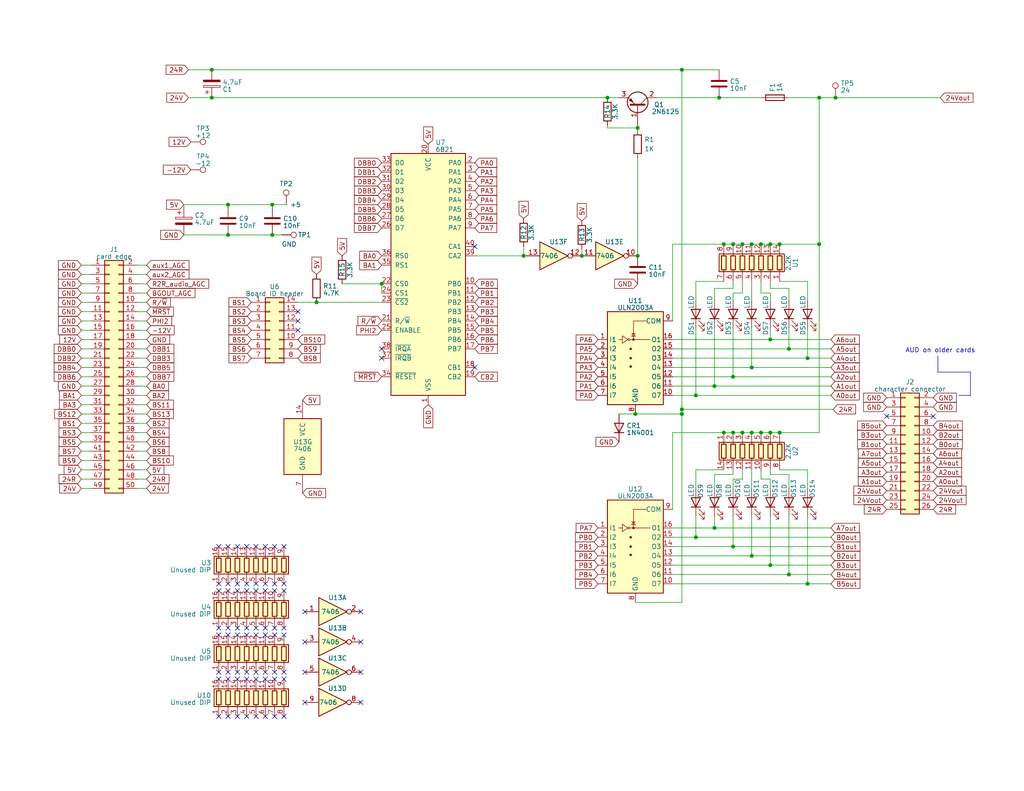
<source format=kicad_sch>
(kicad_sch (version 20230121) (generator eeschema)
  (paper "A")
  (junction (at 220.345 159.385))
  (junction (at 142.875 69.85))
  (junction (at 197.485 118.11))
  (junction (at 215.265 156.845))
  (junction (at 194.945 105.41))
  (junction (at 205.105 118.11))
  (junction (at 173.355 113.03))
  (junction (at 197.485 66.675))
  (junction (at 189.865 146.685))
  (junction (at 202.565 66.675))
  (junction (at 223.52 66.675))
  (junction (at 207.645 66.675))
  (junction (at 173.99 34.925))
  (junction (at 74.295 64.135))
  (junction (at 104.14 77.47))
  (junction (at 205.105 151.765))
  (junction (at 220.345 97.79))
  (junction (at 158.75 69.85))
  (junction (at 196.215 26.67))
  (junction (at 210.185 92.71))
  (junction (at 200.025 149.225))
  (junction (at 165.735 26.67))
  (junction (at 200.025 66.675))
  (junction (at 62.23 55.88))
  (junction (at 215.265 95.25))
  (junction (at 194.945 144.145))
  (junction (at 223.52 26.67))
  (junction (at 200.025 118.11))
  (junction (at 57.785 26.67))
  (junction (at 210.185 66.675))
  (junction (at 210.185 118.11))
  (junction (at 57.785 19.05))
  (junction (at 173.99 69.85))
  (junction (at 186.055 111.76))
  (junction (at 205.105 66.675))
  (junction (at 186.055 19.05))
  (junction (at 186.055 113.03))
  (junction (at 205.105 100.33))
  (junction (at 212.725 66.675))
  (junction (at 86.36 82.55))
  (junction (at 212.725 118.11))
  (junction (at 227.965 26.67))
  (junction (at 74.295 55.88))
  (junction (at 202.565 118.11))
  (junction (at 207.645 118.11))
  (junction (at 200.025 102.87))
  (junction (at 210.185 154.305))
  (junction (at 62.23 64.135))
  (junction (at 189.865 107.95))
  (no_connect (at 72.39 149.225))
  (no_connect (at 83.185 191.77))
  (no_connect (at 69.85 195.58))
  (no_connect (at 64.77 161.29))
  (no_connect (at 98.425 183.515))
  (no_connect (at 81.28 85.09))
  (no_connect (at 74.93 183.515))
  (no_connect (at 74.93 185.42))
  (no_connect (at 69.85 171.45))
  (no_connect (at 59.69 161.29))
  (no_connect (at 69.85 159.385))
  (no_connect (at 67.31 161.29))
  (no_connect (at 72.39 183.515))
  (no_connect (at 74.93 171.45))
  (no_connect (at 241.935 113.665))
  (no_connect (at 129.54 100.33))
  (no_connect (at 129.54 67.31))
  (no_connect (at 98.425 191.77))
  (no_connect (at 74.93 161.29))
  (no_connect (at 59.69 149.225))
  (no_connect (at 72.39 173.355))
  (no_connect (at 77.47 173.355))
  (no_connect (at 64.77 173.355))
  (no_connect (at 62.23 183.515))
  (no_connect (at 77.47 159.385))
  (no_connect (at 62.23 185.42))
  (no_connect (at 59.69 173.355))
  (no_connect (at 83.185 183.515))
  (no_connect (at 69.85 185.42))
  (no_connect (at 59.69 171.45))
  (no_connect (at 69.85 173.355))
  (no_connect (at 67.31 149.225))
  (no_connect (at 59.69 195.58))
  (no_connect (at 72.39 171.45))
  (no_connect (at 67.31 195.58))
  (no_connect (at 67.31 171.45))
  (no_connect (at 62.23 159.385))
  (no_connect (at 67.31 159.385))
  (no_connect (at 64.77 171.45))
  (no_connect (at 81.28 87.63))
  (no_connect (at 64.77 185.42))
  (no_connect (at 104.14 95.25))
  (no_connect (at 59.69 159.385))
  (no_connect (at 62.23 149.225))
  (no_connect (at 69.85 161.29))
  (no_connect (at 254.635 113.665))
  (no_connect (at 77.47 171.45))
  (no_connect (at 64.77 183.515))
  (no_connect (at 74.93 173.355))
  (no_connect (at 98.425 175.26))
  (no_connect (at 77.47 149.225))
  (no_connect (at 104.14 97.79))
  (no_connect (at 72.39 161.29))
  (no_connect (at 59.69 185.42))
  (no_connect (at 77.47 185.42))
  (no_connect (at 74.93 195.58))
  (no_connect (at 64.77 195.58))
  (no_connect (at 62.23 173.355))
  (no_connect (at 74.93 149.225))
  (no_connect (at 69.85 149.225))
  (no_connect (at 77.47 183.515))
  (no_connect (at 98.425 167.005))
  (no_connect (at 72.39 185.42))
  (no_connect (at 81.28 90.17))
  (no_connect (at 64.77 159.385))
  (no_connect (at 74.93 159.385))
  (no_connect (at 77.47 195.58))
  (no_connect (at 62.23 161.29))
  (no_connect (at 83.185 167.005))
  (no_connect (at 59.69 183.515))
  (no_connect (at 62.23 195.58))
  (no_connect (at 64.77 149.225))
  (no_connect (at 67.31 185.42))
  (no_connect (at 69.85 183.515))
  (no_connect (at 67.31 183.515))
  (no_connect (at 72.39 159.385))
  (no_connect (at 83.185 175.26))
  (no_connect (at 62.23 171.45))
  (no_connect (at 67.31 173.355))
  (no_connect (at 77.47 161.29))
  (no_connect (at 72.39 195.58))
  (wire (pts (xy 202.565 128.27) (xy 202.565 130.81)))
  (wire (pts (xy 189.865 146.685) (xy 189.865 140.97)))
  (wire (pts (xy 40.005 113.03) (xy 37.465 113.03)))
  (wire (pts (xy 183.515 97.79) (xy 220.345 97.79)))
  (wire (pts (xy 40.005 123.19) (xy 37.465 123.19)))
  (wire (pts (xy 40.005 102.87) (xy 37.465 102.87)))
  (polyline (pts (xy 264.795 101.6) (xy 264.795 107.95)))
  (wire (pts (xy 40.005 107.95) (xy 37.465 107.95)))
  (wire (pts (xy 40.005 80.01) (xy 37.465 80.01)))
  (wire (pts (xy 207.645 130.81) (xy 210.185 130.81)))
  (wire (pts (xy 189.865 107.95) (xy 189.865 89.535)))
  (wire (pts (xy 179.07 26.67) (xy 196.215 26.67)))
  (wire (pts (xy 189.865 107.95) (xy 183.515 107.95)))
  (wire (pts (xy 24.765 90.17) (xy 22.225 90.17)))
  (wire (pts (xy 24.765 72.39) (xy 22.225 72.39)))
  (wire (pts (xy 226.695 144.145) (xy 194.945 144.145)))
  (wire (pts (xy 189.865 81.915) (xy 189.865 76.835)))
  (wire (pts (xy 200.025 80.01) (xy 202.565 80.01)))
  (wire (pts (xy 189.865 76.835) (xy 197.485 76.835)))
  (wire (pts (xy 227.965 26.67) (xy 256.54 26.67)))
  (wire (pts (xy 220.345 159.385) (xy 220.345 140.97)))
  (wire (pts (xy 220.345 97.79) (xy 226.695 97.79)))
  (wire (pts (xy 86.36 82.55) (xy 104.14 82.55)))
  (wire (pts (xy 215.265 156.845) (xy 183.515 156.845)))
  (wire (pts (xy 189.865 133.35) (xy 189.865 128.27)))
  (wire (pts (xy 200.025 149.225) (xy 183.515 149.225)))
  (wire (pts (xy 24.765 107.95) (xy 22.225 107.95)))
  (wire (pts (xy 24.765 80.01) (xy 22.225 80.01)))
  (wire (pts (xy 226.695 146.685) (xy 189.865 146.685)))
  (wire (pts (xy 24.765 95.25) (xy 22.225 95.25)))
  (wire (pts (xy 24.765 120.65) (xy 22.225 120.65)))
  (wire (pts (xy 194.945 78.74) (xy 194.945 81.915)))
  (wire (pts (xy 210.185 81.915) (xy 210.185 80.01)))
  (wire (pts (xy 215.265 95.25) (xy 183.515 95.25)))
  (wire (pts (xy 40.005 92.71) (xy 37.465 92.71)))
  (wire (pts (xy 142.875 69.85) (xy 143.51 69.85)))
  (wire (pts (xy 207.645 128.27) (xy 207.645 130.81)))
  (wire (pts (xy 200.025 130.81) (xy 200.025 133.35)))
  (wire (pts (xy 24.765 110.49) (xy 22.225 110.49)))
  (wire (pts (xy 40.005 130.81) (xy 37.465 130.81)))
  (wire (pts (xy 226.695 151.765) (xy 205.105 151.765)))
  (wire (pts (xy 62.23 64.135) (xy 74.295 64.135)))
  (wire (pts (xy 212.725 66.675) (xy 223.52 66.675)))
  (wire (pts (xy 210.185 92.71) (xy 183.515 92.71)))
  (wire (pts (xy 226.695 100.33) (xy 205.105 100.33)))
  (wire (pts (xy 40.005 118.11) (xy 37.465 118.11)))
  (polyline (pts (xy 261.62 107.95) (xy 264.795 107.95)))
  (wire (pts (xy 220.345 89.535) (xy 220.345 97.79)))
  (wire (pts (xy 212.725 128.27) (xy 220.345 128.27)))
  (wire (pts (xy 200.025 129.54) (xy 194.945 129.54)))
  (wire (pts (xy 74.295 55.88) (xy 74.295 56.515)))
  (wire (pts (xy 50.165 64.135) (xy 62.23 64.135)))
  (wire (pts (xy 200.025 66.675) (xy 197.485 66.675)))
  (wire (pts (xy 226.695 154.305) (xy 210.185 154.305)))
  (wire (pts (xy 202.565 130.81) (xy 200.025 130.81)))
  (wire (pts (xy 40.005 125.73) (xy 37.465 125.73)))
  (wire (pts (xy 212.725 76.835) (xy 220.345 76.835)))
  (wire (pts (xy 24.765 85.09) (xy 22.225 85.09)))
  (wire (pts (xy 40.005 74.93) (xy 37.465 74.93)))
  (wire (pts (xy 165.735 26.67) (xy 168.91 26.67)))
  (polyline (pts (xy 255.905 101.6) (xy 264.795 101.6)))
  (wire (pts (xy 40.005 115.57) (xy 37.465 115.57)))
  (wire (pts (xy 212.725 66.675) (xy 210.185 66.675)))
  (wire (pts (xy 183.515 118.11) (xy 197.485 118.11)))
  (wire (pts (xy 40.005 95.25) (xy 37.465 95.25)))
  (wire (pts (xy 24.765 87.63) (xy 22.225 87.63)))
  (wire (pts (xy 104.14 77.47) (xy 104.14 80.01)))
  (wire (pts (xy 197.485 118.11) (xy 200.025 118.11)))
  (wire (pts (xy 51.435 19.05) (xy 57.785 19.05)))
  (wire (pts (xy 173.355 113.03) (xy 186.055 113.03)))
  (wire (pts (xy 62.23 55.88) (xy 74.295 55.88)))
  (wire (pts (xy 205.105 151.765) (xy 205.105 140.97)))
  (wire (pts (xy 215.265 95.25) (xy 215.265 89.535)))
  (wire (pts (xy 194.945 105.41) (xy 194.945 89.535)))
  (wire (pts (xy 210.185 129.54) (xy 215.265 129.54)))
  (wire (pts (xy 194.945 133.35) (xy 194.945 129.54)))
  (wire (pts (xy 210.185 154.305) (xy 210.185 140.97)))
  (wire (pts (xy 210.185 66.675) (xy 207.645 66.675)))
  (wire (pts (xy 40.005 72.39) (xy 37.465 72.39)))
  (wire (pts (xy 223.52 26.67) (xy 223.52 66.675)))
  (wire (pts (xy 226.695 105.41) (xy 194.945 105.41)))
  (wire (pts (xy 165.735 34.925) (xy 173.99 34.925)))
  (wire (pts (xy 186.055 164.465) (xy 186.055 113.03)))
  (wire (pts (xy 226.695 159.385) (xy 220.345 159.385)))
  (wire (pts (xy 24.765 128.27) (xy 22.225 128.27)))
  (wire (pts (xy 215.265 26.67) (xy 223.52 26.67)))
  (wire (pts (xy 76.835 64.135) (xy 74.295 64.135)))
  (wire (pts (xy 24.765 113.03) (xy 22.225 113.03)))
  (wire (pts (xy 50.165 55.88) (xy 50.165 56.515)))
  (wire (pts (xy 81.28 82.55) (xy 86.36 82.55)))
  (wire (pts (xy 210.185 92.71) (xy 226.695 92.71)))
  (wire (pts (xy 210.185 92.71) (xy 210.185 89.535)))
  (wire (pts (xy 173.99 35.56) (xy 173.99 34.925)))
  (wire (pts (xy 197.485 128.27) (xy 189.865 128.27)))
  (wire (pts (xy 194.945 105.41) (xy 183.515 105.41)))
  (wire (pts (xy 129.54 69.85) (xy 142.875 69.85)))
  (wire (pts (xy 40.005 105.41) (xy 37.465 105.41)))
  (wire (pts (xy 186.055 19.05) (xy 196.215 19.05)))
  (wire (pts (xy 24.765 97.79) (xy 22.225 97.79)))
  (wire (pts (xy 24.765 115.57) (xy 22.225 115.57)))
  (wire (pts (xy 186.055 111.76) (xy 186.055 113.03)))
  (wire (pts (xy 40.005 97.79) (xy 37.465 97.79)))
  (wire (pts (xy 62.23 55.88) (xy 62.23 56.515)))
  (wire (pts (xy 40.005 85.09) (xy 37.465 85.09)))
  (wire (pts (xy 202.565 80.01) (xy 202.565 76.835)))
  (wire (pts (xy 207.645 76.835) (xy 207.645 80.01)))
  (wire (pts (xy 220.345 81.915) (xy 220.345 76.835)))
  (wire (pts (xy 40.005 133.35) (xy 37.465 133.35)))
  (wire (pts (xy 40.005 128.27) (xy 37.465 128.27)))
  (wire (pts (xy 50.165 55.88) (xy 62.23 55.88)))
  (wire (pts (xy 24.765 125.73) (xy 22.225 125.73)))
  (wire (pts (xy 24.765 130.81) (xy 22.225 130.81)))
  (wire (pts (xy 24.765 105.41) (xy 22.225 105.41)))
  (wire (pts (xy 24.765 82.55) (xy 22.225 82.55)))
  (wire (pts (xy 207.645 118.11) (xy 205.105 118.11)))
  (wire (pts (xy 212.725 118.11) (xy 223.52 118.11)))
  (wire (pts (xy 93.345 77.47) (xy 104.14 77.47)))
  (wire (pts (xy 215.265 156.845) (xy 215.265 140.97)))
  (wire (pts (xy 173.355 164.465) (xy 186.055 164.465)))
  (wire (pts (xy 200.025 128.27) (xy 200.025 129.54)))
  (wire (pts (xy 183.515 66.675) (xy 183.515 87.63)))
  (wire (pts (xy 215.265 129.54) (xy 215.265 133.35)))
  (wire (pts (xy 40.005 110.49) (xy 37.465 110.49)))
  (wire (pts (xy 78.105 55.88) (xy 74.295 55.88)))
  (wire (pts (xy 223.52 66.675) (xy 223.52 118.11)))
  (wire (pts (xy 210.185 76.835) (xy 210.185 78.74)))
  (wire (pts (xy 200.025 78.74) (xy 194.945 78.74)))
  (wire (pts (xy 226.695 149.225) (xy 200.025 149.225)))
  (wire (pts (xy 24.765 100.33) (xy 22.225 100.33)))
  (wire (pts (xy 24.765 74.93) (xy 22.225 74.93)))
  (wire (pts (xy 51.435 26.67) (xy 57.785 26.67)))
  (wire (pts (xy 207.645 80.01) (xy 210.185 80.01)))
  (wire (pts (xy 200.025 149.225) (xy 200.025 140.97)))
  (wire (pts (xy 183.515 118.11) (xy 183.515 139.065)))
  (wire (pts (xy 205.105 151.765) (xy 183.515 151.765)))
  (wire (pts (xy 210.185 78.74) (xy 215.265 78.74)))
  (wire (pts (xy 40.005 100.33) (xy 37.465 100.33)))
  (wire (pts (xy 226.695 156.845) (xy 215.265 156.845)))
  (wire (pts (xy 40.005 90.17) (xy 37.465 90.17)))
  (wire (pts (xy 205.105 100.33) (xy 205.105 89.535)))
  (wire (pts (xy 205.105 66.675) (xy 207.645 66.675)))
  (wire (pts (xy 24.765 77.47) (xy 22.225 77.47)))
  (wire (pts (xy 210.185 154.305) (xy 183.515 154.305)))
  (wire (pts (xy 168.91 113.03) (xy 173.355 113.03)))
  (wire (pts (xy 205.105 118.11) (xy 202.565 118.11)))
  (wire (pts (xy 40.005 77.47) (xy 37.465 77.47)))
  (wire (pts (xy 165.735 34.925) (xy 165.735 34.29)))
  (wire (pts (xy 223.52 26.67) (xy 227.965 26.67)))
  (wire (pts (xy 205.105 81.915) (xy 205.105 76.835)))
  (wire (pts (xy 197.485 66.675) (xy 183.515 66.675)))
  (wire (pts (xy 200.025 78.74) (xy 200.025 76.835)))
  (wire (pts (xy 142.875 67.31) (xy 142.875 69.85)))
  (wire (pts (xy 24.765 92.71) (xy 22.225 92.71)))
  (wire (pts (xy 202.565 66.675) (xy 200.025 66.675)))
  (wire (pts (xy 210.185 118.11) (xy 207.645 118.11)))
  (wire (pts (xy 24.765 102.87) (xy 22.225 102.87)))
  (wire (pts (xy 40.005 87.63) (xy 37.465 87.63)))
  (wire (pts (xy 40.005 82.55) (xy 37.465 82.55)))
  (wire (pts (xy 189.865 146.685) (xy 183.515 146.685)))
  (wire (pts (xy 57.785 26.67) (xy 165.735 26.67)))
  (wire (pts (xy 200.025 102.87) (xy 183.515 102.87)))
  (wire (pts (xy 194.945 144.145) (xy 194.945 140.97)))
  (wire (pts (xy 24.765 118.11) (xy 22.225 118.11)))
  (wire (pts (xy 210.185 130.81) (xy 210.185 133.35)))
  (wire (pts (xy 186.055 19.05) (xy 186.055 111.76)))
  (wire (pts (xy 220.345 128.27) (xy 220.345 133.35)))
  (wire (pts (xy 226.695 107.95) (xy 189.865 107.95)))
  (wire (pts (xy 57.785 19.05) (xy 186.055 19.05)))
  (wire (pts (xy 205.105 100.33) (xy 183.515 100.33)))
  (wire (pts (xy 226.695 95.25) (xy 215.265 95.25)))
  (wire (pts (xy 220.345 159.385) (xy 183.515 159.385)))
  (wire (pts (xy 210.185 128.27) (xy 210.185 129.54)))
  (wire (pts (xy 226.695 102.87) (xy 200.025 102.87)))
  (wire (pts (xy 158.75 67.945) (xy 158.75 69.85)))
  (wire (pts (xy 200.025 102.87) (xy 200.025 89.535)))
  (wire (pts (xy 173.99 43.18) (xy 173.99 69.85)))
  (wire (pts (xy 207.645 26.67) (xy 196.215 26.67)))
  (wire (pts (xy 173.99 34.925) (xy 173.99 34.29)))
  (wire (pts (xy 227.33 111.76) (xy 186.055 111.76)))
  (wire (pts (xy 202.565 118.11) (xy 200.025 118.11)))
  (wire (pts (xy 194.945 144.145) (xy 183.515 144.145)))
  (wire (pts (xy 200.025 81.915) (xy 200.025 80.01)))
  (wire (pts (xy 202.565 66.675) (xy 205.105 66.675)))
  (polyline (pts (xy 255.905 97.155) (xy 255.905 101.6)))
  (wire (pts (xy 24.765 123.19) (xy 22.225 123.19)))
  (wire (pts (xy 40.005 120.65) (xy 37.465 120.65)))
  (wire (pts (xy 24.765 133.35) (xy 22.225 133.35)))
  (wire (pts (xy 212.725 118.11) (xy 210.185 118.11)))
  (wire (pts (xy 205.105 133.35) (xy 205.105 128.27)))
  (wire (pts (xy 215.265 78.74) (xy 215.265 81.915)))
  (text "AUD on older cards" (at 247.015 96.52 0) (effects (font (size 1.27 1.27)) (justify left bottom)))
  (global_label "aux1_AGC" (shape input) (at 40.005 72.39 0) (property "Intersheetrefs" "${INTERSHEET_REFS}" (effects hide)))
  (global_label "BS2" (shape input) (at 68.58 85.09 180) (property "Intersheetrefs" "${INTERSHEET_REFS}" (effects hide)))
  (global_label "PA4" (shape input) (at 163.195 97.79 180) (property "Intersheetrefs" "${INTERSHEET_REFS}" (effects hide)))
  (global_label "DBB6" (shape input) (at 104.14 59.69 180) (property "Intersheetrefs" "${INTERSHEET_REFS}" (effects hide)))
  (global_label "GND" (shape input) (at 168.91 120.65 180) (property "Intersheetrefs" "${INTERSHEET_REFS}" (effects hide)))
  (global_label "GND" (shape input) (at 22.225 80.01 180) (property "Intersheetrefs" "${INTERSHEET_REFS}" (effects hide)))
  (global_label "aux2_AGC" (shape input) (at 40.005 74.93 0) (property "Intersheetrefs" "${INTERSHEET_REFS}" (effects hide)))
  (global_label "PA7" (shape input) (at 129.54 62.23 0) (property "Intersheetrefs" "${INTERSHEET_REFS}" (effects hide)))
  (global_label "PHI2" (shape input) (at 104.14 90.17 180) (property "Intersheetrefs" "${INTERSHEET_REFS}" (effects hide)))
  (global_label "DBB3" (shape input) (at 104.14 52.07 180) (property "Intersheetrefs" "${INTERSHEET_REFS}" (effects hide)))
  (global_label "BA1" (shape input) (at 104.14 72.39 180) (property "Intersheetrefs" "${INTERSHEET_REFS}" (effects hide)))
  (global_label "24V" (shape input) (at 40.005 133.35 0) (property "Intersheetrefs" "${INTERSHEET_REFS}" (effects hide)))
  (global_label "DBB2" (shape input) (at 104.14 49.53 180) (property "Intersheetrefs" "${INTERSHEET_REFS}" (effects hide)))
  (global_label "BA2" (shape input) (at 40.005 107.95 0) (property "Intersheetrefs" "${INTERSHEET_REFS}" (effects hide)))
  (global_label "BS2" (shape input) (at 40.005 115.57 0) (property "Intersheetrefs" "${INTERSHEET_REFS}" (effects hide)))
  (global_label "GND" (shape input) (at 254.635 111.125 0) (property "Intersheetrefs" "${INTERSHEET_REFS}" (effects hide)))
  (global_label "DBB5" (shape input) (at 104.14 57.15 180) (property "Intersheetrefs" "${INTERSHEET_REFS}" (effects hide)))
  (global_label "5V" (shape input) (at 82.55 109.22 0) (property "Intersheetrefs" "${INTERSHEET_REFS}" (effects hide)))
  (global_label "BS8" (shape input) (at 81.28 97.79 0) (property "Intersheetrefs" "${INTERSHEET_REFS}" (effects hide)))
  (global_label "BA3" (shape input) (at 22.225 110.49 180) (property "Intersheetrefs" "${INTERSHEET_REFS}" (effects hide)))
  (global_label "GND" (shape input) (at 50.165 64.135 180) (property "Intersheetrefs" "${INTERSHEET_REFS}" (effects hide)))
  (global_label "24R" (shape input) (at 227.33 111.76 0) (property "Intersheetrefs" "${INTERSHEET_REFS}" (effects hide)))
  (global_label "PA2" (shape input) (at 129.54 49.53 0) (property "Intersheetrefs" "${INTERSHEET_REFS}" (effects hide)))
  (global_label "DBB0" (shape input) (at 104.14 44.45 180) (property "Intersheetrefs" "${INTERSHEET_REFS}" (effects hide)))
  (global_label "A6out" (shape input) (at 226.695 92.71 0) (property "Intersheetrefs" "${INTERSHEET_REFS}" (effects hide)))
  (global_label "PA3" (shape input) (at 163.195 100.33 180) (property "Intersheetrefs" "${INTERSHEET_REFS}" (effects hide)))
  (global_label "BS4" (shape input) (at 40.005 118.11 0) (property "Intersheetrefs" "${INTERSHEET_REFS}" (effects hide)))
  (global_label "PA0" (shape input) (at 129.54 44.45 0) (property "Intersheetrefs" "${INTERSHEET_REFS}" (effects hide)))
  (global_label "~{MRST}" (shape input) (at 104.14 102.87 180) (property "Intersheetrefs" "${INTERSHEET_REFS}" (effects hide)))
  (global_label "GND" (shape input) (at 22.225 82.55 180) (property "Intersheetrefs" "${INTERSHEET_REFS}" (effects hide)))
  (global_label "5V" (shape input) (at 22.225 128.27 180) (property "Intersheetrefs" "${INTERSHEET_REFS}" (effects hide)))
  (global_label "A5out" (shape input) (at 241.935 126.365 180) (property "Intersheetrefs" "${INTERSHEET_REFS}" (effects hide)))
  (global_label "PA7" (shape input) (at 163.195 144.145 180) (property "Intersheetrefs" "${INTERSHEET_REFS}" (effects hide)))
  (global_label "DBB7" (shape input) (at 40.005 102.87 0) (property "Intersheetrefs" "${INTERSHEET_REFS}" (effects hide)))
  (global_label "PA0" (shape input) (at 163.195 107.95 180) (property "Intersheetrefs" "${INTERSHEET_REFS}" (effects hide)))
  (global_label "24R" (shape input) (at 254.635 139.065 0) (property "Intersheetrefs" "${INTERSHEET_REFS}" (effects hide)))
  (global_label "DBB1" (shape input) (at 40.005 95.25 0) (property "Intersheetrefs" "${INTERSHEET_REFS}" (effects hide)))
  (global_label "5V" (shape input) (at 158.75 60.325 90) (property "Intersheetrefs" "${INTERSHEET_REFS}" (effects hide)))
  (global_label "PB3" (shape input) (at 163.195 154.305 180) (property "Intersheetrefs" "${INTERSHEET_REFS}" (effects hide)))
  (global_label "24Vout" (shape input) (at 254.635 136.525 0) (property "Intersheetrefs" "${INTERSHEET_REFS}" (effects hide)))
  (global_label "PB5" (shape input) (at 163.195 159.385 180) (property "Intersheetrefs" "${INTERSHEET_REFS}" (effects hide)))
  (global_label "PB6" (shape input) (at 129.54 92.71 0) (property "Intersheetrefs" "${INTERSHEET_REFS}" (effects hide)))
  (global_label "BS1" (shape input) (at 22.225 115.57 180) (property "Intersheetrefs" "${INTERSHEET_REFS}" (effects hide)))
  (global_label "PA4" (shape input) (at 129.54 54.61 0) (property "Intersheetrefs" "${INTERSHEET_REFS}" (effects hide)))
  (global_label "-12V" (shape input) (at 52.07 46.355 180) (property "Intersheetrefs" "${INTERSHEET_REFS}" (effects hide)))
  (global_label "PA6" (shape input) (at 129.54 59.69 0) (property "Intersheetrefs" "${INTERSHEET_REFS}" (effects hide)))
  (global_label "BS5" (shape input) (at 22.225 120.65 180) (property "Intersheetrefs" "${INTERSHEET_REFS}" (effects hide)))
  (global_label "GND" (shape input) (at 22.225 85.09 180) (property "Intersheetrefs" "${INTERSHEET_REFS}" (effects hide)))
  (global_label "DBB4" (shape input) (at 104.14 54.61 180) (property "Intersheetrefs" "${INTERSHEET_REFS}" (effects hide)))
  (global_label "24Vout" (shape input) (at 241.935 136.525 180) (property "Intersheetrefs" "${INTERSHEET_REFS}" (effects hide)))
  (global_label "A5out" (shape input) (at 226.695 95.25 0) (property "Intersheetrefs" "${INTERSHEET_REFS}" (effects hide)))
  (global_label "GND" (shape input) (at 241.935 108.585 180) (property "Intersheetrefs" "${INTERSHEET_REFS}" (effects hide)))
  (global_label "BS6" (shape input) (at 68.58 95.25 180) (property "Intersheetrefs" "${INTERSHEET_REFS}" (effects hide)))
  (global_label "GND" (shape input) (at 254.635 108.585 0) (property "Intersheetrefs" "${INTERSHEET_REFS}" (effects hide)))
  (global_label "BGOUT_AGC" (shape input) (at 40.005 80.01 0) (property "Intersheetrefs" "${INTERSHEET_REFS}" (effects hide)))
  (global_label "A2out" (shape input) (at 254.635 128.905 0) (property "Intersheetrefs" "${INTERSHEET_REFS}" (effects hide)))
  (global_label "PHI2" (shape input) (at 40.005 87.63 0) (property "Intersheetrefs" "${INTERSHEET_REFS}" (effects hide)))
  (global_label "GND" (shape input) (at 22.225 77.47 180) (property "Intersheetrefs" "${INTERSHEET_REFS}" (effects hide)))
  (global_label "24Vout" (shape input) (at 254.635 133.985 0) (property "Intersheetrefs" "${INTERSHEET_REFS}" (effects hide)))
  (global_label "24V" (shape input) (at 22.225 133.35 180) (property "Intersheetrefs" "${INTERSHEET_REFS}" (effects hide)))
  (global_label "B0out" (shape input) (at 254.635 121.285 0) (property "Intersheetrefs" "${INTERSHEET_REFS}" (effects hide)))
  (global_label "A2out" (shape input) (at 226.695 102.87 0) (property "Intersheetrefs" "${INTERSHEET_REFS}" (effects hide)))
  (global_label "B5out" (shape input) (at 226.695 159.385 0) (property "Intersheetrefs" "${INTERSHEET_REFS}" (effects hide)))
  (global_label "B4out" (shape input) (at 226.695 156.845 0) (property "Intersheetrefs" "${INTERSHEET_REFS}" (effects hide)))
  (global_label "B3out" (shape input) (at 241.935 118.745 180) (property "Intersheetrefs" "${INTERSHEET_REFS}" (effects hide)))
  (global_label "PB7" (shape input) (at 129.54 95.25 0) (property "Intersheetrefs" "${INTERSHEET_REFS}" (effects hide)))
  (global_label "PB4" (shape input) (at 129.54 87.63 0) (property "Intersheetrefs" "${INTERSHEET_REFS}" (effects hide)))
  (global_label "12V" (shape input) (at 52.07 38.735 180) (property "Intersheetrefs" "${INTERSHEET_REFS}" (effects hide)))
  (global_label "R{slash}~{W}" (shape input) (at 40.005 82.55 0) (property "Intersheetrefs" "${INTERSHEET_REFS}" (effects hide)))
  (global_label "GND" (shape input) (at 22.225 105.41 180) (property "Intersheetrefs" "${INTERSHEET_REFS}" (effects hide)))
  (global_label "DBB2" (shape input) (at 22.225 97.79 180) (property "Intersheetrefs" "${INTERSHEET_REFS}" (effects hide)))
  (global_label "24Vout" (shape input) (at 241.935 133.985 180) (property "Intersheetrefs" "${INTERSHEET_REFS}" (effects hide)))
  (global_label "BS3" (shape input) (at 22.225 118.11 180) (property "Intersheetrefs" "${INTERSHEET_REFS}" (effects hide)))
  (global_label "BA0" (shape input) (at 40.005 105.41 0) (property "Intersheetrefs" "${INTERSHEET_REFS}" (effects hide)))
  (global_label "24V" (shape input) (at 51.435 26.67 180) (property "Intersheetrefs" "${INTERSHEET_REFS}" (effects hide)))
  (global_label "PB2" (shape input) (at 163.195 151.765 180) (property "Intersheetrefs" "${INTERSHEET_REFS}" (effects hide)))
  (global_label "24Vout" (shape input) (at 256.54 26.67 0) (property "Intersheetrefs" "${INTERSHEET_REFS}" (effects hide)))
  (global_label "5V" (shape input) (at 116.84 39.37 90) (property "Intersheetrefs" "${INTERSHEET_REFS}" (effects hide)))
  (global_label "BS11" (shape input) (at 40.005 110.49 0) (property "Intersheetrefs" "${INTERSHEET_REFS}" (effects hide)))
  (global_label "B3out" (shape input) (at 226.695 154.305 0) (property "Intersheetrefs" "${INTERSHEET_REFS}" (effects hide)))
  (global_label "A3out" (shape input) (at 226.695 100.33 0) (property "Intersheetrefs" "${INTERSHEET_REFS}" (effects hide)))
  (global_label "BA1" (shape input) (at 22.225 107.95 180) (property "Intersheetrefs" "${INTERSHEET_REFS}" (effects hide)))
  (global_label "PB4" (shape input) (at 163.195 156.845 180) (property "Intersheetrefs" "${INTERSHEET_REFS}" (effects hide)))
  (global_label "DBB4" (shape input) (at 22.225 100.33 180) (property "Intersheetrefs" "${INTERSHEET_REFS}" (effects hide)))
  (global_label "PA1" (shape input) (at 129.54 46.99 0) (property "Intersheetrefs" "${INTERSHEET_REFS}" (effects hide)))
  (global_label "BS13" (shape input) (at 40.005 113.03 0) (property "Intersheetrefs" "${INTERSHEET_REFS}" (effects hide)))
  (global_label "A0out" (shape input) (at 254.635 131.445 0) (property "Intersheetrefs" "${INTERSHEET_REFS}" (effects hide)))
  (global_label "5V" (shape input) (at 142.875 59.69 90) (property "Intersheetrefs" "${INTERSHEET_REFS}" (effects hide)))
  (global_label "BS4" (shape input) (at 68.58 90.17 180) (property "Intersheetrefs" "${INTERSHEET_REFS}" (effects hide)))
  (global_label "GND" (shape input) (at 22.225 74.93 180) (property "Intersheetrefs" "${INTERSHEET_REFS}" (effects hide)))
  (global_label "GND" (shape input) (at 40.005 92.71 0) (property "Intersheetrefs" "${INTERSHEET_REFS}" (effects hide)))
  (global_label "~{MRST}" (shape input) (at 40.005 85.09 0) (property "Intersheetrefs" "${INTERSHEET_REFS}" (effects hide)))
  (global_label "GND" (shape input) (at 116.84 110.49 270) (property "Intersheetrefs" "${INTERSHEET_REFS}" (effects hide)))
  (global_label "24R" (shape input) (at 241.935 139.065 180) (property "Intersheetrefs" "${INTERSHEET_REFS}" (effects hide)))
  (global_label "A6out" (shape input) (at 254.635 123.825 0) (property "Intersheetrefs" "${INTERSHEET_REFS}" (effects hide)))
  (global_label "PA5" (shape input) (at 163.195 95.25 180) (property "Intersheetrefs" "${INTERSHEET_REFS}" (effects hide)))
  (global_label "B4out" (shape input) (at 254.635 116.205 0) (property "Intersheetrefs" "${INTERSHEET_REFS}" (effects hide)))
  (global_label "A1out" (shape input) (at 241.935 131.445 180) (property "Intersheetrefs" "${INTERSHEET_REFS}" (effects hide)))
  (global_label "24R" (shape input) (at 51.435 19.05 180) (property "Intersheetrefs" "${INTERSHEET_REFS}" (effects hide)))
  (global_label "A7out" (shape input) (at 226.695 144.145 0) (property "Intersheetrefs" "${INTERSHEET_REFS}" (effects hide)))
  (global_label "PB2" (shape input) (at 129.54 82.55 0) (property "Intersheetrefs" "${INTERSHEET_REFS}" (effects hide)))
  (global_label "PB1" (shape input) (at 163.195 149.225 180) (property "Intersheetrefs" "${INTERSHEET_REFS}" (effects hide)))
  (global_label "B1out" (shape input) (at 226.695 149.225 0) (property "Intersheetrefs" "${INTERSHEET_REFS}" (effects hide)))
  (global_label "PB0" (shape input) (at 129.54 77.47 0) (property "Intersheetrefs" "${INTERSHEET_REFS}" (effects hide)))
  (global_label "5V" (shape input) (at 50.165 55.88 180) (property "Intersheetrefs" "${INTERSHEET_REFS}" (effects hide)))
  (global_label "BS3" (shape input) (at 68.58 87.63 180) (property "Intersheetrefs" "${INTERSHEET_REFS}" (effects hide)))
  (global_label "PA5" (shape input) (at 129.54 57.15 0) (property "Intersheetrefs" "${INTERSHEET_REFS}" (effects hide)))
  (global_label "GND" (shape input) (at 22.225 87.63 180) (property "Intersheetrefs" "${INTERSHEET_REFS}" (effects hide)))
  (global_label "BS6" (shape input) (at 40.005 120.65 0) (property "Intersheetrefs" "${INTERSHEET_REFS}" (effects hide)))
  (global_label "DBB0" (shape input) (at 22.225 95.25 180) (property "Intersheetrefs" "${INTERSHEET_REFS}" (effects hide)))
  (global_label "B5out" (shape input) (at 241.935 116.205 180) (property "Intersheetrefs" "${INTERSHEET_REFS}" (effects hide)))
  (global_label "PB5" (shape input) (at 129.54 90.17 0) (property "Intersheetrefs" "${INTERSHEET_REFS}" (effects hide)))
  (global_label "BS12" (shape input) (at 22.225 113.03 180) (property "Intersheetrefs" "${INTERSHEET_REFS}" (effects hide)))
  (global_label "BA0" (shape input) (at 104.14 69.85 180) (property "Intersheetrefs" "${INTERSHEET_REFS}" (effects hide)))
  (global_label "B1out" (shape input) (at 241.935 121.285 180) (property "Intersheetrefs" "${INTERSHEET_REFS}" (effects hide)))
  (global_label "GND" (shape input) (at 22.225 72.39 180) (property "Intersheetrefs" "${INTERSHEET_REFS}" (effects hide)))
  (global_label "-12V" (shape input) (at 40.005 90.17 0) (property "Intersheetrefs" "${INTERSHEET_REFS}" (effects hide)))
  (global_label "5V" (shape input) (at 86.36 74.93 90) (property "Intersheetrefs" "${INTERSHEET_REFS}" (effects hide)))
  (global_label "BS5" (shape input) (at 68.58 92.71 180) (property "Intersheetrefs" "${INTERSHEET_REFS}" (effects hide)))
  (global_label "BS1" (shape input) (at 68.58 82.55 180) (property "Intersheetrefs" "${INTERSHEET_REFS}" (effects hide)))
  (global_label "BS9" (shape input) (at 81.28 95.25 0) (property "Intersheetrefs" "${INTERSHEET_REFS}" (effects hide)))
  (global_label "BS10" (shape input) (at 81.28 92.71 0) (property "Intersheetrefs" "${INTERSHEET_REFS}" (effects hide)))
  (global_label "PA6" (shape input) (at 163.195 92.71 180) (property "Intersheetrefs" "${INTERSHEET_REFS}" (effects hide)))
  (global_label "DBB7" (shape input) (at 104.14 62.23 180) (property "Intersheetrefs" "${INTERSHEET_REFS}" (effects hide)))
  (global_label "PA3" (shape input) (at 129.54 52.07 0) (property "Intersheetrefs" "${INTERSHEET_REFS}" (effects hide)))
  (global_label "B2out" (shape input) (at 254.635 118.745 0) (property "Intersheetrefs" "${INTERSHEET_REFS}" (effects hide)))
  (global_label "BS10" (shape input) (at 40.005 125.73 0) (property "Intersheetrefs" "${INTERSHEET_REFS}" (effects hide)))
  (global_label "GND" (shape input) (at 241.935 111.125 180) (property "Intersheetrefs" "${INTERSHEET_REFS}" (effects hide)))
  (global_label "DBB6" (shape input) (at 22.225 102.87 180) (property "Intersheetrefs" "${INTERSHEET_REFS}" (effects hide)))
  (global_label "5V" (shape input) (at 93.345 69.85 90) (property "Intersheetrefs" "${INTERSHEET_REFS}" (effects hide)))
  (global_label "PB1" (shape input) (at 129.54 80.01 0) (property "Intersheetrefs" "${INTERSHEET_REFS}" (effects hide)))
  (global_label "24R" (shape input) (at 40.005 130.81 0) (property "Intersheetrefs" "${INTERSHEET_REFS}" (effects hide)))
  (global_label "GND" (shape input) (at 173.99 77.47 180) (property "Intersheetrefs" "${INTERSHEET_REFS}" (effects hide)))
  (global_label "A4out" (shape input) (at 226.695 97.79 0) (property "Intersheetrefs" "${INTERSHEET_REFS}" (effects hide)))
  (global_label "PA2" (shape input) (at 163.195 102.87 180) (property "Intersheetrefs" "${INTERSHEET_REFS}" (effects hide)))
  (global_label "5V" (shape input) (at 40.005 128.27 0) (property "Intersheetrefs" "${INTERSHEET_REFS}" (effects hide)))
  (global_label "24R" (shape input) (at 22.225 130.81 180) (property "Intersheetrefs" "${INTERSHEET_REFS}" (effects hide)))
  (global_label "DBB3" (shape input) (at 40.005 97.79 0) (property "Intersheetrefs" "${INTERSHEET_REFS}" (effects hide)))
  (global_label "DBB1" (shape input) (at 104.14 46.99 180) (property "Intersheetrefs" "${INTERSHEET_REFS}" (effects hide)))
  (global_label "A7out" (shape input) (at 241.935 123.825 180) (property "Intersheetrefs" "${INTERSHEET_REFS}" (effects hide)))
  (global_label "PB3" (shape input) (at 129.54 85.09 0) (property "Intersheetrefs" "${INTERSHEET_REFS}" (effects hide)))
  (global_label "GND" (shape input) (at 22.225 90.17 180) (property "Intersheetrefs" "${INTERSHEET_REFS}" (effects hide)))
  (global_label "A4out" (shape input) (at 254.635 126.365 0) (property "Intersheetrefs" "${INTERSHEET_REFS}" (effects hide)))
  (global_label "BS9" (shape input) (at 22.225 125.73 180) (property "Intersheetrefs" "${INTERSHEET_REFS}" (effects hide)))
  (global_label "B0out" (shape input) (at 226.695 146.685 0) (property "Intersheetrefs" "${INTERSHEET_REFS}" (effects hide)))
  (global_label "A1out" (shape input) (at 226.695 105.41 0) (property "Intersheetrefs" "${INTERSHEET_REFS}" (effects hide)))
  (global_label "A0out" (shape input) (at 226.695 107.95 0) (property "Intersheetrefs" "${INTERSHEET_REFS}" (effects hide)))
  (global_label "BS8" (shape input) (at 40.005 123.19 0) (property "Intersheetrefs" "${INTERSHEET_REFS}" (effects hide)))
  (global_label "BS7" (shape input) (at 68.58 97.79 180) (property "Intersheetrefs" "${INTERSHEET_REFS}" (effects hide)))
  (global_label "12V" (shape input) (at 22.225 92.71 180) (property "Intersheetrefs" "${INTERSHEET_REFS}" (effects hide)))
  (global_label "PB0" (shape input) (at 163.195 146.685 180) (property "Intersheetrefs" "${INTERSHEET_REFS}" (effects hide)))
  (global_label "R{slash}~{W}" (shape input) (at 104.14 87.63 180) (property "Intersheetrefs" "${INTERSHEET_REFS}" (effects hide)))
  (global_label "GND" (shape input) (at 82.55 134.62 0) (property "Intersheetrefs" "${INTERSHEET_REFS}" (effects hide)))
  (global_label "B2out" (shape input) (at 226.695 151.765 0) (property "Intersheetrefs" "${INTERSHEET_REFS}" (effects hide)))
  (global_label "A3out" (shape input) (at 241.935 128.905 180) (property "Intersheetrefs" "${INTERSHEET_REFS}" (effects hide)))
  (global_label "BS7" (shape input) (at 22.225 123.19 180) (property "Intersheetrefs" "${INTERSHEET_REFS}" (effects hide)))
  (global_label "DBB5" (shape input) (at 40.005 100.33 0) (property "Intersheetrefs" "${INTERSHEET_REFS}" (effects hide)))
  (global_label "CB2" (shape input) (at 129.54 102.87 0) (property "Intersheetrefs" "${INTERSHEET_REFS}" (effects hide)))
  (global_label "PA1" (shape input) (at 163.195 105.41 180) (property "Intersheetrefs" "${INTERSHEET_REFS}" (effects hide)))
  (global_label "R2R_audio_AGC" (shape input) (at 40.005 77.47 0) (property "Intersheetrefs" "${INTERSHEET_REFS}" (effects hide)))
  (symbol (lib_id "Device:LED") (at 210.185 85.725 90) (unit 1)
    (property "Reference" "DS7" (at 208.915 87.63 0) (effects (justify right)))
    (property "Value" "LED" (at 208.915 80.645 0) (effects (justify right)))
    (property "Footprint" "LED_THT:LED_D5.0mm_Horizontal_O3.81mm_Z15.0mm" (effects hide))
  )
  (symbol (lib_id "Device:LED") (at 200.025 137.16 90) (unit 1)
    (property "Reference" "DS10" (at 201.295 130.81 0) (effects (justify right)))
    (property "Value" "LED" (at 198.755 132.08 0) (effects (justify right)))
    (property "Footprint" "LED_THT:LED_D5.0mm_Horizontal_O3.81mm_Z15.0mm" (effects hide))
  )
  (symbol (lib_id "Device:LED") (at 194.945 85.725 90) (unit 1)
    (property "Reference" "DS2" (at 193.675 87.63 0) (effects (justify right)))
    (property "Value" "LED" (at 193.675 80.645 0) (effects (justify right)))
    (property "Footprint" "LED_THT:LED_D5.0mm_Horizontal_O3.81mm_Z15.0mm" (effects hide))
  )
  (symbol (lib_id "Device:R_Pack08") (at 69.85 154.305 0) (unit 1)
    (property "Reference" "U3" (at 57.6581 153.6613 0) (effects (justify right)))
    (property "Value" "Unused DIP" (at 57.6581 155.5823 0) (effects (justify right)))
    (property "Footprint" "Package_DIP:DIP-16_W7.62mm" (effects hide))
  )
  (symbol (lib_id "Device:LED") (at 215.265 137.16 90) (unit 1)
    (property "Reference" "DS13" (at 216.535 130.81 0) (effects (justify right)))
    (property "Value" "LED" (at 213.995 132.08 0) (effects (justify right)))
    (property "Footprint" "LED_THT:LED_D5.0mm_Horizontal_O3.81mm_Z15.0mm" (effects hide))
  )
  (symbol (lib_id "Transistor_Array:ULN2003A") (at 173.355 97.79 0) (unit 1)
    (property "Reference" "U11" (at 173.355 82.0801 0))
    (property "Value" "ULN2003A" (at 173.355 84.0011 0))
    (property "Footprint" "Package_DIP:DIP-16_W7.62mm" (effects hide))
    (property "Datasheet" "http://www.ti.com/lit/ds/symlink/uln2003a.pdf" (effects hide))
  )
  (symbol (lib_id "Device:R") (at 93.345 73.66 0) (mirror y) (unit 1)
    (property "Reference" "R15" (at 93.345 73.66 90))
    (property "Value" "3.3K" (at 95.4499 73.66 90))
    (property "Footprint" "Resistor_THT:R_Axial_DIN0309_L9.0mm_D3.2mm_P12.70mm_Horizontal" (effects hide))
  )
  (symbol (lib_id "Transistor_BJT:2N3906") (at 173.99 29.21 270) (mirror x) (unit 1)
    (property "Reference" "Q1" (at 178.435 28.575 90) (effects (justify left)))
    (property "Value" "2N6125" (at 177.8 30.48 90) (effects (justify left)))
    (property "Footprint" "Package_TO_SOT_THT:TO-220-3_Horizontal_TabDown" (effects hide))
  )
  (symbol (lib_id "Connector:TestPoint") (at 52.07 38.735 270) (mirror x) (unit 1)
    (property "Reference" "TP3" (at 55.372 35.0901 90))
    (property "Value" "+12" (at 55.372 37.0111 90))
    (property "Footprint" "TestPoint:TestPoint_Plated_Hole_D3.0mm" (effects hide))
  )
  (symbol (lib_id "Device:C_Polarized") (at 57.785 22.86 0) (mirror x) (unit 1)
    (property "Reference" "C1" (at 60.706 24.3927 0) (effects (justify left)))
    (property "Value" "4.7uF" (at 60.706 22.4717 0) (effects (justify left)))
    (property "Footprint" "Evan's parts:CP_Radial_Tantal_D4mm_P3.81mm" (effects hide))
  )
  (symbol (lib_id "Device:R") (at 142.875 63.5 180) (unit 1)
    (property "Reference" "R12" (at 142.875 63.5 90))
    (property "Value" "3.3K" (at 144.9799 63.5 90))
    (property "Footprint" "Resistor_THT:R_Axial_DIN0309_L9.0mm_D3.2mm_P12.70mm_Horizontal" (effects hide))
  )
  (symbol (lib_id "Device:Fuse") (at 211.455 26.67 90) (unit 1)
    (property "Reference" "F1" (at 210.8113 25.146 0) (effects (justify left)))
    (property "Value" "1A" (at 212.7323 25.146 0) (effects (justify left)))
    (property "Footprint" "Fuse:Fuseholder_Littelfuse_445_030_series_5x30mm" (effects hide))
  )
  (symbol (lib_id "Connector:TestPoint") (at 52.07 46.355 270) (mirror x) (unit 1)
    (property "Reference" "TP4" (at 55.372 42.7101 90))
    (property "Value" "-12" (at 55.372 44.6311 90))
    (property "Footprint" "TestPoint:TestPoint_Plated_Hole_D3.0mm" (effects hide))
  )
  (symbol (lib_id "74xx:74LS06") (at 151.13 69.85 0) (unit 6)
    (property "Reference" "U13" (at 152.4 66.04 0))
    (property "Value" "7406" (at 149.86 69.85 0))
    (property "Footprint" "Package_DIP:DIP-14_W7.62mm" (effects hide))
    (property "Datasheet" "http://www.ti.com/lit/gpn/sn74LS06" (effects hide))
  )
  (symbol (lib_id "Device:R_Pack08") (at 69.85 166.37 0) (unit 1)
    (property "Reference" "U4" (at 57.658 165.7263 0) (effects (justify right)))
    (property "Value" "Unused DIP" (at 57.658 167.6473 0) (effects (justify right)))
    (property "Footprint" "Package_DIP:DIP-16_W7.62mm" (effects hide))
  )
  (symbol (lib_id "Transistor_Array:ULN2003A") (at 173.355 149.225 0) (unit 1)
    (property "Reference" "U12" (at 173.355 133.5151 0))
    (property "Value" "ULN2003A" (at 173.355 135.4361 0))
    (property "Footprint" "Package_DIP:DIP-16_W7.62mm" (effects hide))
    (property "Datasheet" "http://www.ti.com/lit/ds/symlink/uln2003a.pdf" (effects hide))
  )
  (symbol (lib_id "Device:R_Pack08") (at 69.85 190.5 0) (unit 1)
    (property "Reference" "U10" (at 57.658 189.8563 0) (effects (justify right)))
    (property "Value" "Unused DIP" (at 57.658 191.7773 0) (effects (justify right)))
    (property "Footprint" "Package_DIP:DIP-16_W7.62mm" (effects hide))
  )
  (symbol (lib_id "Connector_Generic:Conn_02x25_Odd_Even") (at 29.845 102.87 0) (unit 1)
    (property "Reference" "J1" (at 31.115 68.1101 0))
    (property "Value" "card edge" (at 31.115 70.0311 0))
    (property "Footprint" "Evan's parts:Chuck_E_Cheese_small_card_edge" (effects hide))
  )
  (symbol (lib_id "Device:R") (at 165.735 30.48 180) (unit 1)
    (property "Reference" "R14" (at 165.735 30.48 90))
    (property "Value" "3.3K" (at 167.8399 30.48 90))
    (property "Footprint" "Resistor_THT:R_Axial_DIN0309_L9.0mm_D3.2mm_P12.70mm_Horizontal" (effects hide))
  )
  (symbol (lib_id "Device:R_Pack07") (at 205.105 123.19 0) (mirror x) (unit 1)
    (property "Reference" "U2" (at 217.0049 123.19 90))
    (property "Value" "2.2K" (at 215.0839 123.19 90))
    (property "Footprint" "Package_DIP:DIP-14_W7.62mm" (effects hide))
  )
  (symbol (lib_id "Device:LED") (at 210.185 137.16 90) (unit 1)
    (property "Reference" "DS12" (at 211.455 130.81 0) (effects (justify right)))
    (property "Value" "LED" (at 208.915 132.08 0) (effects (justify right)))
    (property "Footprint" "LED_THT:LED_D5.0mm_Horizontal_O3.81mm_Z15.0mm" (effects hide))
  )
  (symbol (lib_id "Device:R_Pack08") (at 69.85 178.435 0) (unit 1)
    (property "Reference" "U5" (at 57.658 177.7913 0) (effects (justify right)))
    (property "Value" "Unused DIP" (at 57.658 179.7123 0) (effects (justify right)))
    (property "Footprint" "Package_DIP:DIP-16_W7.62mm" (effects hide))
  )
  (symbol (lib_id "Device:LED") (at 220.345 85.725 90) (unit 1)
    (property "Reference" "DS5" (at 219.075 87.63 0) (effects (justify right)))
    (property "Value" "LED" (at 219.075 80.645 0) (effects (justify right)))
    (property "Footprint" "LED_THT:LED_D5.0mm_Horizontal_O3.81mm_Z15.0mm" (effects hide))
  )
  (symbol (lib_id "Device:C_Polarized") (at 50.165 60.325 0) (unit 1)
    (property "Reference" "C2" (at 53.086 58.7923 0) (effects (justify left)))
    (property "Value" "4.7uF" (at 53.086 60.7133 0) (effects (justify left)))
    (property "Footprint" "Evan's parts:CP_Radial_Tantal_D4mm_P3.81mm" (effects hide))
  )
  (symbol (lib_id "74xx:74LS06") (at 90.805 167.005 0) (unit 1)
    (property "Reference" "U13" (at 92.075 163.195 0))
    (property "Value" "7406" (at 90.17 167.005 0))
    (property "Footprint" "Package_DIP:DIP-14_W7.62mm" (effects hide))
    (property "Datasheet" "http://www.ti.com/lit/gpn/sn74LS06" (effects hide))
  )
  (symbol (lib_id "Device:C") (at 173.99 73.66 0) (unit 1)
    (property "Reference" "C11" (at 176.911 73.0163 0) (effects (justify left)))
    (property "Value" "10nF" (at 176.911 74.9373 0) (effects (justify left)))
    (property "Footprint" "Capacitor_THT:C_Rect_L7.0mm_W2.5mm_P5.00mm" (effects hide))
  )
  (symbol (lib_id "Device:R_Pack07") (at 205.105 71.755 0) (mirror y) (unit 1)
    (property "Reference" "U1" (at 217.0049 71.755 90))
    (property "Value" "2.2K" (at 215.0839 71.755 90))
    (property "Footprint" "Package_DIP:DIP-14_W7.62mm" (effects hide))
  )
  (symbol (lib_id "Device:C") (at 74.295 60.325 0) (unit 1)
    (property "Reference" "C10" (at 77.216 59.6813 0) (effects (justify left)))
    (property "Value" "10nF" (at 77.216 61.6023 0) (effects (justify left)))
    (property "Footprint" "Capacitor_THT:C_Rect_L7.0mm_W2.5mm_P5.00mm" (effects hide))
  )
  (symbol (lib_id "74xx:74LS06") (at 82.55 121.92 0) (unit 7)
    (property "Reference" "U13" (at 80.01 120.65 0) (effects (justify left)))
    (property "Value" "7406" (at 80.01 122.555 0) (effects (justify left)))
    (property "Footprint" "Package_DIP:DIP-14_W7.62mm" (effects hide))
    (property "Datasheet" "http://www.ti.com/lit/gpn/sn74LS06" (effects hide))
  )
  (symbol (lib_id "Device:LED") (at 189.865 137.16 90) (unit 1)
    (property "Reference" "DS9" (at 191.135 132.08 0) (effects (justify right)))
    (property "Value" "LED" (at 188.595 132.08 0) (effects (justify right)))
    (property "Footprint" "LED_THT:LED_D5.0mm_Horizontal_O3.81mm_Z15.0mm" (effects hide))
  )
  (symbol (lib_id "Device:C") (at 196.215 22.86 0) (unit 1)
    (property "Reference" "C5" (at 199.136 22.2163 0) (effects (justify left)))
    (property "Value" "10nF" (at 199.136 24.1373 0) (effects (justify left)))
    (property "Footprint" "Capacitor_THT:C_Rect_L7.0mm_W2.5mm_P5.00mm" (effects hide))
  )
  (symbol (lib_id "Device:LED") (at 194.945 137.16 90) (unit 1)
    (property "Reference" "DS8" (at 196.215 132.08 0) (effects (justify right)))
    (property "Value" "LED" (at 193.675 132.08 0) (effects (justify right)))
    (property "Footprint" "LED_THT:LED_D5.0mm_Horizontal_O3.81mm_Z15.0mm" (effects hide))
  )
  (symbol (lib_id "Device:LED") (at 215.265 85.725 90) (unit 1)
    (property "Reference" "DS6" (at 213.995 87.63 0) (effects (justify right)))
    (property "Value" "LED" (at 213.995 80.645 0) (effects (justify right)))
    (property "Footprint" "LED_THT:LED_D5.0mm_Horizontal_O3.81mm_Z15.0mm" (effects hide))
  )
  (symbol (lib_id "Connector:TestPoint") (at 76.835 64.135 270) (mirror x) (unit 1)
    (property "Reference" "TP1" (at 81.28 64.135 90) (effects (justify left)))
    (property "Value" "GND" (at 76.835 66.675 90) (effects (justify left)))
    (property "Footprint" "TestPoint:TestPoint_Plated_Hole_D3.0mm" (effects hide))
  )
  (symbol (lib_id "Device:C") (at 62.23 60.325 0) (unit 1)
    (property "Reference" "C9" (at 65.151 59.6813 0) (effects (justify left)))
    (property "Value" "10nF" (at 65.151 61.6023 0) (effects (justify left)))
    (property "Footprint" "Capacitor_THT:C_Rect_L7.0mm_W2.5mm_P5.00mm" (effects hide))
  )
  (symbol (lib_id "74xx:74LS06") (at 90.805 175.26 0) (unit 2)
    (property "Reference" "U13" (at 92.075 171.45 0))
    (property "Value" "7406" (at 90.17 175.26 0))
    (property "Footprint" "Package_DIP:DIP-14_W7.62mm" (effects hide))
    (property "Datasheet" "http://www.ti.com/lit/gpn/sn74LS06" (effects hide))
  )
  (symbol (lib_id "Connector_Generic:Conn_02x07_Counter_Clockwise") (at 73.66 90.17 0) (unit 1)
    (property "Reference" "U6" (at 74.93 78.2701 0))
    (property "Value" "Board ID header" (at 74.93 80.1911 0))
    (property "Footprint" "Package_DIP:DIP-14_W7.62mm" (effects hide))
  )
  (symbol (lib_id "74xx:74LS06") (at 166.37 69.85 0) (unit 5)
    (property "Reference" "U13" (at 167.64 66.04 0))
    (property "Value" "7406" (at 165.1 69.85 0))
    (property "Footprint" "Package_DIP:DIP-14_W7.62mm" (effects hide))
    (property "Datasheet" "http://www.ti.com/lit/gpn/sn74LS06" (effects hide))
  )
  (symbol (lib_id "Device:LED") (at 220.345 137.16 90) (unit 1)
    (property "Reference" "DS14" (at 221.615 130.81 0) (effects (justify right)))
    (property "Value" "LED" (at 219.075 132.08 0) (effects (justify right)))
    (property "Footprint" "LED_THT:LED_D5.0mm_Horizontal_O3.81mm_Z15.0mm" (effects hide))
  )
  (symbol (lib_id "74xx:74LS06") (at 90.805 191.77 0) (unit 4)
    (property "Reference" "U13" (at 92.075 187.96 0))
    (property "Value" "7406" (at 89.535 191.77 0))
    (property "Footprint" "Package_DIP:DIP-14_W7.62mm" (effects hide))
    (property "Datasheet" "http://www.ti.com/lit/gpn/sn74LS06" (effects hide))
  )
  (symbol (lib_id "Connector:TestPoint") (at 227.965 26.67 0) (unit 1)
    (property "Reference" "TP5" (at 229.362 22.7243 0) (effects (justify left)))
    (property "Value" "24" (at 229.362 24.6453 0) (effects (justify left)))
    (property "Footprint" "TestPoint:TestPoint_Plated_Hole_D3.0mm" (effects hide))
  )
  (symbol (lib_id "Diode:1N4001") (at 168.91 116.84 90) (unit 1)
    (property "Reference" "CR1" (at 170.942 116.1963 90) (effects (justify right)))
    (property "Value" "1N4001" (at 170.942 118.1173 90) (effects (justify right)))
    (property "Footprint" "Diode_THT:D_DO-41_SOD81_P12.70mm_Horizontal" (effects hide))
    (property "Datasheet" "http://www.vishay.com/docs/88503/1n4001.pdf" (effects hide))
    (property "Sim.Device" "D" (effects hide))
    (property "Sim.Pins" "1=K 2=A" (effects hide))
  )
  (symbol (lib_id "Device:LED") (at 205.105 85.725 90) (unit 1)
    (property "Reference" "DS4" (at 203.835 87.63 0) (effects (justify right)))
    (property "Value" "LED" (at 203.835 80.645 0) (effects (justify right)))
    (property "Footprint" "LED_THT:LED_D5.0mm_Horizontal_O3.81mm_Z15.0mm" (effects hide))
  )
  (symbol (lib_id "Device:R") (at 86.36 78.74 0) (unit 1)
    (property "Reference" "R11" (at 88.138 78.0963 0) (effects (justify left)))
    (property "Value" "4.7K" (at 88.138 80.0173 0) (effects (justify left)))
    (property "Footprint" "Resistor_THT:R_Axial_DIN0309_L9.0mm_D3.2mm_P12.70mm_Horizontal" (effects hide))
  )
  (symbol (lib_id "Device:LED") (at 189.865 85.725 90) (unit 1)
    (property "Reference" "DS1" (at 188.595 87.63 0) (effects (justify right)))
    (property "Value" "LED" (at 188.595 80.645 0) (effects (justify right)))
    (property "Footprint" "LED_THT:LED_D5.0mm_Horizontal_O3.81mm_Z15.0mm" (effects hide))
  )
  (symbol (lib_id "Interface:6821") (at 116.84 74.93 0) (unit 1)
    (property "Reference" "U7" (at 118.7959 38.9001 0) (effects (justify left)))
    (property "Value" "6821" (at 118.7959 40.8211 0) (effects (justify left)))
    (property "Footprint" "Package_DIP:DIP-40_W15.24mm" (effects hide))
    (property "Datasheet" "http://pdf.datasheetcatalog.com/datasheet/motorola/6821.pdf" (effects hide))
  )
  (symbol (lib_id "Device:R") (at 173.99 39.37 0) (unit 1)
    (property "Reference" "R1" (at 177.165 38.1 0))
    (property "Value" "1K" (at 177.165 40.64 0))
    (property "Footprint" "Resistor_THT:R_Axial_DIN0309_L9.0mm_D3.2mm_P20.32mm_Horizontal" (effects hide))
  )
  (symbol (lib_id "Connector:TestPoint") (at 78.105 55.88 0) (unit 1)
    (property "Reference" "TP2" (at 78.105 50.165 0))
    (property "Value" "+5" (at 80.645 55.88 0))
    (property "Footprint" "TestPoint:TestPoint_Plated_Hole_D3.0mm" (effects hide))
  )
  (symbol (lib_id "Device:R") (at 158.75 64.135 180) (unit 1)
    (property "Reference" "R13" (at 158.75 64.135 90))
    (property "Value" "3.3K" (at 160.8549 64.135 90))
    (property "Footprint" "Resistor_THT:R_Axial_DIN0309_L9.0mm_D3.2mm_P12.70mm_Horizontal" (effects hide))
  )
  (symbol (lib_id "74xx:74LS06") (at 90.805 183.515 0) (unit 3)
    (property "Reference" "U13" (at 92.075 179.705 0))
    (property "Value" "7406" (at 90.17 183.515 0))
    (property "Footprint" "Package_DIP:DIP-14_W7.62mm" (effects hide))
    (property "Datasheet" "http://www.ti.com/lit/gpn/sn74LS06" (effects hide))
  )
  (symbol (lib_id "Device:LED") (at 200.025 85.725 90) (unit 1)
    (property "Reference" "DS3" (at 198.755 87.63 0) (effects (justify right)))
    (property "Value" "LED" (at 198.755 80.645 0) (effects (justify right)))
    (property "Footprint" "LED_THT:LED_D5.0mm_Horizontal_O3.81mm_Z15.0mm" (effects hide))
  )
  (symbol (lib_id "Device:LED") (at 205.105 137.16 90) (unit 1)
    (property "Reference" "DS11" (at 206.375 130.81 0) (effects (justify right)))
    (property "Value" "LED" (at 203.835 132.08 0) (effects (justify right)))
    (property "Footprint" "LED_THT:LED_D5.0mm_Horizontal_O3.81mm_Z15.0mm" (effects hide))
  )
  (symbol (lib_id "Connector_Generic:Conn_02x13_Odd_Even") (at 247.015 123.825 0) (unit 1)
    (property "Reference" "J2" (at 248.285 104.3051 0))
    (property "Value" "character connector" (at 248.285 106.2261 0))
    (property "Footprint" "Connector_PinHeader_2.54mm:PinHeader_2x13_P2.54mm_Horizontal" (effects hide))
  )
)
</source>
